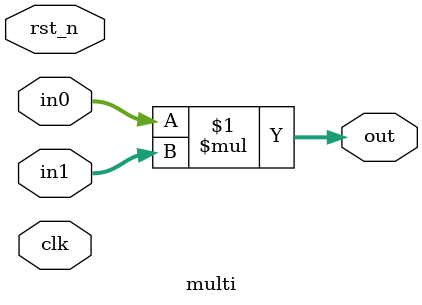
<source format=v>
module multi(in0,in1,clk,rst_n,out);
parameter N=8;
input [N-1:0]in0,in1;
input clk,rst_n;
output[2*N-1:0]out;
//wire [2*N-1:0]out_blk;
//wire [N-1:0]in0_block,in1_block;
//DFF block1(clk,rst_n,in0,in0_block);
//DFF block2(clk,rst_n,in1,in1_block);
//DFF out_block(clk,rst_n,out_blk,out);
assign out=in0*in1;
//assign out_blk=in0_block*in1_block;

endmodule


</source>
